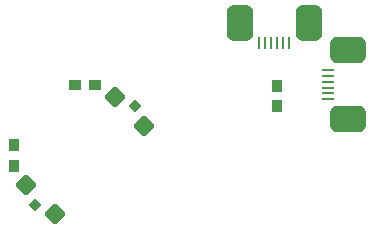
<source format=gbp>
G04 DipTrace 4.2.0.0*
G04 opto board.gbp*
%MOMM*%
G04 #@! TF.FileFunction,Paste,Bot*
G04 #@! TF.Part,Single*
%AMOUTLINE2*
4,1,28,
0.75783,-0.23211,
0.23215,-0.75782,
0.1623,-0.81141,
0.08402,-0.84384,
0.00002,-0.8549,
-0.08398,-0.84384,
-0.16226,-0.81142,
-0.23211,-0.75783,
-0.75782,-0.23215,
-0.81141,-0.1623,
-0.84384,-0.08402,
-0.8549,-0.00002,
-0.84384,0.08398,
-0.81142,0.16226,
-0.75783,0.23211,
-0.23215,0.75782,
-0.1623,0.81141,
-0.08402,0.84384,
-0.00002,0.8549,
0.08398,0.84384,
0.16226,0.81142,
0.23211,0.75783,
0.75782,0.23215,
0.81141,0.1623,
0.84384,0.08402,
0.8549,0.00002,
0.84384,-0.08398,
0.81142,-0.16226,
0.75783,-0.23211,
0*%
%AMOUTLINE5*
4,1,28,
0.43963,-0.12605,
0.12607,-0.43962,
0.0873,-0.46938,
0.04519,-0.48682,
0.00001,-0.49277,
-0.04517,-0.48682,
-0.08727,-0.46938,
-0.12605,-0.43963,
-0.43962,-0.12607,
-0.46938,-0.0873,
-0.48682,-0.04519,
-0.49277,-0.00001,
-0.48682,0.04517,
-0.46938,0.08727,
-0.43963,0.12605,
-0.12607,0.43962,
-0.0873,0.46938,
-0.04519,0.48682,
-0.00001,0.49277,
0.04517,0.48682,
0.08727,0.46938,
0.12605,0.43963,
0.43962,0.12607,
0.46938,0.0873,
0.48682,0.04519,
0.49277,0.00001,
0.48682,-0.04517,
0.46938,-0.08727,
0.43963,-0.12605,
0*%
%AMOUTLINE8*
4,1,28,
-0.07172,0.5,
0.07172,0.5,
0.08136,0.49873,
0.08728,0.49628,
0.09237,0.49237,
0.09628,0.48728,
0.09873,0.48136,
0.1,0.47172,
0.1,-0.47172,
0.09873,-0.48136,
0.09628,-0.48728,
0.09237,-0.49237,
0.08728,-0.49628,
0.08136,-0.49873,
0.07172,-0.5,
-0.07172,-0.5,
-0.08136,-0.49873,
-0.08728,-0.49628,
-0.09237,-0.49237,
-0.09628,-0.48728,
-0.09873,-0.48136,
-0.1,-0.47172,
-0.1,0.47172,
-0.09873,0.48136,
-0.09628,0.48728,
-0.09237,0.49237,
-0.08728,0.49628,
-0.08136,0.49873,
-0.07172,0.5,
0*%
%AMOUTLINE11*
4,1,28,
-0.57172,1.5,
0.57172,1.5,
0.71077,1.48169,
0.83728,1.42929,
0.94593,1.34593,
1.02929,1.23728,
1.08169,1.11077,
1.1,0.97172,
1.1,-0.97172,
1.08169,-1.11077,
1.02929,-1.23728,
0.94593,-1.34593,
0.83728,-1.42929,
0.71077,-1.48169,
0.57172,-1.5,
-0.57172,-1.5,
-0.71077,-1.48169,
-0.83728,-1.42929,
-0.94593,-1.34593,
-1.02929,-1.23728,
-1.08169,-1.11077,
-1.1,-0.97172,
-1.1,0.97172,
-1.08169,1.11077,
-1.02929,1.23728,
-0.94593,1.34593,
-0.83728,1.42929,
-0.71077,1.48169,
-0.57172,1.5,
0*%
%AMOUTLINE14*
4,1,28,
0.5,0.07174,
0.5,-0.0717,
0.49873,-0.08134,
0.49628,-0.08726,
0.49238,-0.09235,
0.48729,-0.09626,
0.48136,-0.09871,
0.47173,-0.09998,
-0.47172,-0.10002,
-0.48135,-0.09875,
-0.48728,-0.0963,
-0.49237,-0.09239,
-0.49627,-0.0873,
-0.49873,-0.08138,
-0.5,-0.07174,
-0.5,0.0717,
-0.49873,0.08134,
-0.49628,0.08726,
-0.49238,0.09235,
-0.48729,0.09626,
-0.48136,0.09871,
-0.47173,0.09998,
0.47172,0.10002,
0.48135,0.09875,
0.48728,0.0963,
0.49237,0.09239,
0.49627,0.0873,
0.49873,0.08138,
0.5,0.07174,
0*%
%AMOUTLINE17*
4,1,28,
1.49998,0.57178,
1.50002,-0.57166,
1.48172,-0.71071,
1.42932,-0.83723,
1.34596,-0.94587,
1.23733,-1.02924,
1.11081,-1.08165,
0.97177,-1.09996,
-0.97168,-1.10004,
-1.11072,-1.08174,
-1.23724,-1.02934,
-1.34589,-0.94598,
-1.42926,-0.83734,
-1.48167,-0.71083,
-1.49998,-0.57178,
-1.50002,0.57166,
-1.48172,0.71071,
-1.42932,0.83723,
-1.34596,0.94587,
-1.23733,1.02924,
-1.11081,1.08165,
-0.97177,1.09996,
0.97168,1.10004,
1.11072,1.08174,
1.23724,1.02934,
1.34589,0.94598,
1.42926,0.83734,
1.48167,0.71083,
1.49998,0.57178,
0*%
%AMOUTLINE20*
4,1,28,
-0.75783,0.2321,
-0.23215,0.75782,
-0.16231,0.81141,
-0.08403,0.84384,
-0.00003,0.8549,
0.08398,0.84384,
0.16226,0.81142,
0.2321,0.75783,
0.75782,0.23215,
0.81141,0.16231,
0.84384,0.08403,
0.8549,0.00003,
0.84384,-0.08398,
0.81142,-0.16226,
0.75783,-0.2321,
0.23215,-0.75782,
0.16231,-0.81141,
0.08403,-0.84384,
0.00003,-0.8549,
-0.08398,-0.84384,
-0.16226,-0.81142,
-0.2321,-0.75783,
-0.75782,-0.23215,
-0.81141,-0.16231,
-0.84384,-0.08403,
-0.8549,-0.00003,
-0.84384,0.08398,
-0.81142,0.16226,
-0.75783,0.2321,
0*%
%AMOUTLINE23*
4,1,28,
-0.43963,0.12605,
-0.12607,0.43962,
-0.0873,0.46938,
-0.0452,0.48682,
-0.00002,0.49277,
0.04517,0.48682,
0.08727,0.46938,
0.12605,0.43963,
0.43962,0.12607,
0.46938,0.0873,
0.48682,0.0452,
0.49277,0.00002,
0.48682,-0.04517,
0.46938,-0.08727,
0.43963,-0.12605,
0.12607,-0.43962,
0.0873,-0.46938,
0.0452,-0.48682,
0.00002,-0.49277,
-0.04517,-0.48682,
-0.08727,-0.46938,
-0.12605,-0.43963,
-0.43962,-0.12607,
-0.46938,-0.0873,
-0.48682,-0.0452,
-0.49277,-0.00002,
-0.48682,0.04517,
-0.46938,0.08727,
-0.43963,0.12605,
0*%
%ADD33R,0.9X1.0*%
%ADD35R,1.0X0.9*%
%ADD37R,1.0X0.2*%
%ADD39R,0.2X1.0*%
%ADD48OUTLINE2*%
%ADD51OUTLINE5*%
%ADD54OUTLINE8*%
%ADD57OUTLINE11*%
%ADD60OUTLINE14*%
%ADD63OUTLINE17*%
%ADD66OUTLINE20*%
%ADD69OUTLINE23*%
%FSLAX35Y35*%
G04*
G71*
G90*
G75*
G01*
G04 BotPaste*
%LPD*%
D48*
X-498745Y-251260D3*
X-251252Y-498741D3*
D51*
X-420959Y-420964D3*
D39*
X1725000Y955000D3*
D54*
X1675000D3*
X1625000D3*
X1575000D3*
X1525000D3*
X1475000D3*
D57*
X1892000Y1125000D3*
X1308000D3*
D37*
X2055005Y474992D3*
D60*
X2055003Y524992D3*
X2055001Y574992D3*
X2054999Y624992D3*
X2054997Y674992D3*
X2054995Y724992D3*
D63*
X2225012Y307999D3*
X2224988Y891999D3*
D66*
X498746Y251261D3*
X251251Y498741D3*
D69*
X420959Y420964D3*
D35*
X85000Y600002D3*
X-85000Y599998D3*
D33*
X-599998Y-85000D3*
X-600002Y85000D3*
X1624998Y585000D3*
X1625002Y415000D3*
M02*

</source>
